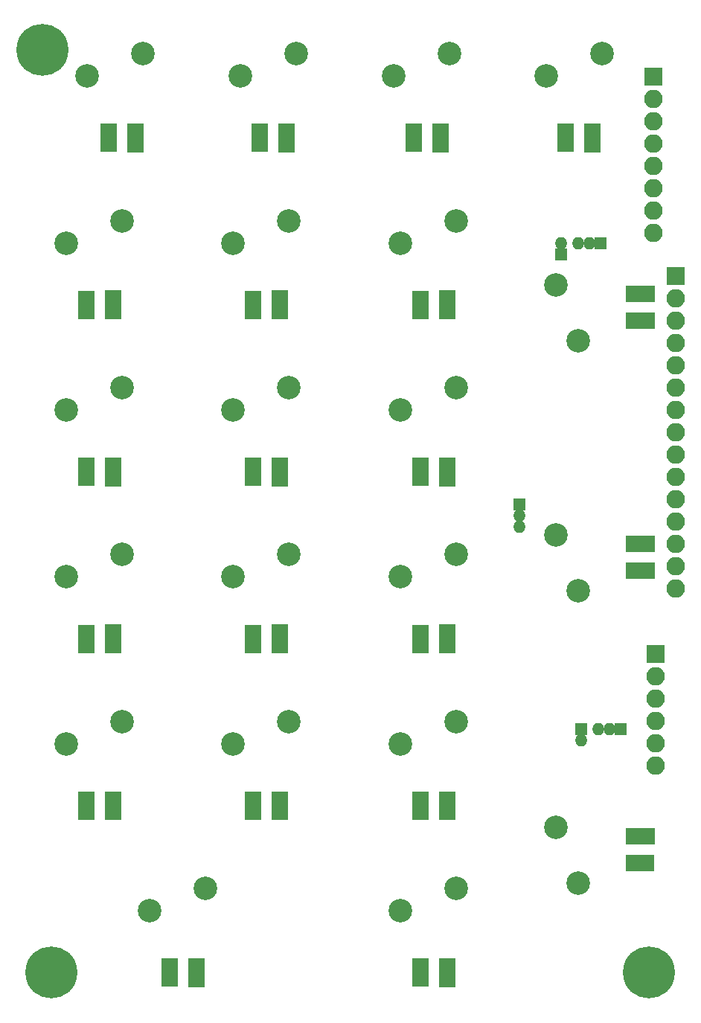
<source format=gts>
G04 #@! TF.FileFunction,Soldermask,Top*
%FSLAX46Y46*%
G04 Gerber Fmt 4.6, Leading zero omitted, Abs format (unit mm)*
G04 Created by KiCad (PCBNEW 4.0.5) date Sun Feb 26 02:23:34 2017*
%MOMM*%
%LPD*%
G01*
G04 APERTURE LIST*
%ADD10C,0.100000*%
%ADD11C,5.900000*%
%ADD12R,2.100000X2.100000*%
%ADD13O,2.100000X2.100000*%
%ADD14R,1.400000X1.400000*%
%ADD15O,1.400000X1.400000*%
%ADD16C,2.686000*%
%ADD17R,1.850000X1.000000*%
%ADD18R,1.850000X3.300000*%
%ADD19R,1.850000X1.200000*%
%ADD20R,1.000000X1.850000*%
%ADD21R,3.300000X1.850000*%
%ADD22R,1.200000X1.850000*%
G04 APERTURE END LIST*
D10*
D11*
X63500000Y-45500000D03*
D12*
X133000000Y-48500000D03*
D13*
X133000000Y-51040000D03*
X133000000Y-53580000D03*
X133000000Y-56120000D03*
X133000000Y-58660000D03*
X133000000Y-61200000D03*
X133000000Y-63740000D03*
X133000000Y-66280000D03*
D12*
X133250000Y-114250000D03*
D13*
X133250000Y-116790000D03*
X133250000Y-119330000D03*
X133250000Y-121870000D03*
X133250000Y-124410000D03*
X133250000Y-126950000D03*
D14*
X124750000Y-122750000D03*
D15*
X124750000Y-124020000D03*
D14*
X129250000Y-122750000D03*
D15*
X127980000Y-122750000D03*
X126710000Y-122750000D03*
D14*
X117750000Y-97250000D03*
D15*
X117750000Y-98520000D03*
X117750000Y-99790000D03*
D14*
X127000000Y-67500000D03*
D15*
X125730000Y-67500000D03*
X124460000Y-67500000D03*
D12*
X135500000Y-71250000D03*
D13*
X135500000Y-73790000D03*
X135500000Y-76330000D03*
X135500000Y-78870000D03*
X135500000Y-81410000D03*
X135500000Y-83950000D03*
X135500000Y-86490000D03*
X135500000Y-89030000D03*
X135500000Y-91570000D03*
X135500000Y-94110000D03*
X135500000Y-96650000D03*
X135500000Y-99190000D03*
X135500000Y-101730000D03*
X135500000Y-104270000D03*
X135500000Y-106810000D03*
D14*
X122500000Y-68770000D03*
D15*
X122500000Y-67500000D03*
D16*
X72540000Y-64920000D03*
X66190000Y-67460000D03*
X91540000Y-102920000D03*
X85190000Y-105460000D03*
X110540000Y-140920000D03*
X104190000Y-143460000D03*
X110540000Y-102920000D03*
X104190000Y-105460000D03*
X91540000Y-83920000D03*
X85190000Y-86460000D03*
X110540000Y-64920000D03*
X104190000Y-67460000D03*
X91540000Y-64920000D03*
X85190000Y-67460000D03*
X72540000Y-83920000D03*
X66190000Y-86460000D03*
X110540000Y-83920000D03*
X104190000Y-86460000D03*
X72540000Y-102920000D03*
X66190000Y-105460000D03*
X72540000Y-121920000D03*
X66190000Y-124460000D03*
X91540000Y-121920000D03*
X85190000Y-124460000D03*
X110540000Y-121920000D03*
X104190000Y-124460000D03*
X82040000Y-140920000D03*
X75690000Y-143460000D03*
X127165000Y-45920000D03*
X120815000Y-48460000D03*
X109748000Y-45920000D03*
X103398000Y-48460000D03*
X92331700Y-45920000D03*
X85981700Y-48460000D03*
X74915000Y-45920000D03*
X68565000Y-48460000D03*
X121920000Y-133960000D03*
X124460000Y-140310000D03*
X121920000Y-72210000D03*
X124460000Y-78560000D03*
D11*
X132500000Y-150500000D03*
X64500000Y-150500000D03*
D16*
X121920000Y-100710000D03*
X124460000Y-107060000D03*
D17*
X91275000Y-55500000D03*
D18*
X88225000Y-55500000D03*
D19*
X91275000Y-56550000D03*
X91275000Y-54450000D03*
D17*
X126025000Y-55500000D03*
D18*
X122975000Y-55500000D03*
D19*
X126025000Y-56550000D03*
X126025000Y-54450000D03*
D17*
X71525000Y-74500000D03*
D18*
X68475000Y-74500000D03*
D19*
X71525000Y-75550000D03*
X71525000Y-73450000D03*
D17*
X90525000Y-74500000D03*
D18*
X87475000Y-74500000D03*
D19*
X90525000Y-75550000D03*
X90525000Y-73450000D03*
D17*
X109525000Y-74500000D03*
D18*
X106475000Y-74500000D03*
D19*
X109525000Y-75550000D03*
X109525000Y-73450000D03*
D17*
X71525000Y-93500000D03*
D18*
X68475000Y-93500000D03*
D19*
X71525000Y-94550000D03*
X71525000Y-92450000D03*
D17*
X90525000Y-93500000D03*
D18*
X87475000Y-93500000D03*
D19*
X90525000Y-94550000D03*
X90525000Y-92450000D03*
D17*
X109525000Y-93500000D03*
D18*
X106475000Y-93500000D03*
D19*
X109525000Y-94550000D03*
X109525000Y-92450000D03*
D17*
X71525000Y-112500000D03*
D18*
X68475000Y-112500000D03*
D19*
X71525000Y-113550000D03*
X71525000Y-111450000D03*
D17*
X90525000Y-112500000D03*
D18*
X87475000Y-112500000D03*
D19*
X90525000Y-113550000D03*
X90525000Y-111450000D03*
D17*
X109525000Y-112500000D03*
D18*
X106475000Y-112500000D03*
D19*
X109525000Y-113550000D03*
X109525000Y-111450000D03*
D17*
X71525000Y-131500000D03*
D18*
X68475000Y-131500000D03*
D19*
X71525000Y-132550000D03*
X71525000Y-130450000D03*
D17*
X90525000Y-131500000D03*
D18*
X87475000Y-131500000D03*
D19*
X90525000Y-132550000D03*
X90525000Y-130450000D03*
D17*
X109525000Y-131500000D03*
D18*
X106475000Y-131500000D03*
D19*
X109525000Y-132550000D03*
X109525000Y-130450000D03*
D17*
X81025000Y-150500000D03*
D18*
X77975000Y-150500000D03*
D19*
X81025000Y-151550000D03*
X81025000Y-149450000D03*
D17*
X109525000Y-150500000D03*
D18*
X106475000Y-150500000D03*
D19*
X109525000Y-151550000D03*
X109525000Y-149450000D03*
D20*
X131500000Y-134975000D03*
D21*
X131500000Y-138025000D03*
D22*
X132550000Y-134975000D03*
X130450000Y-134975000D03*
D17*
X74025000Y-55500000D03*
D18*
X70975000Y-55500000D03*
D19*
X74025000Y-56550000D03*
X74025000Y-54450000D03*
D17*
X108775000Y-55500000D03*
D18*
X105725000Y-55500000D03*
D19*
X108775000Y-56550000D03*
X108775000Y-54450000D03*
D20*
X131500000Y-73225000D03*
X131500000Y-76275000D03*
D22*
X132550000Y-76275000D03*
X130450000Y-76275000D03*
X132550000Y-73225000D03*
X130450000Y-73225000D03*
D20*
X131500000Y-101725000D03*
X131500000Y-104775000D03*
D22*
X132550000Y-104775000D03*
X130450000Y-104775000D03*
X132550000Y-101725000D03*
X130450000Y-101725000D03*
M02*

</source>
